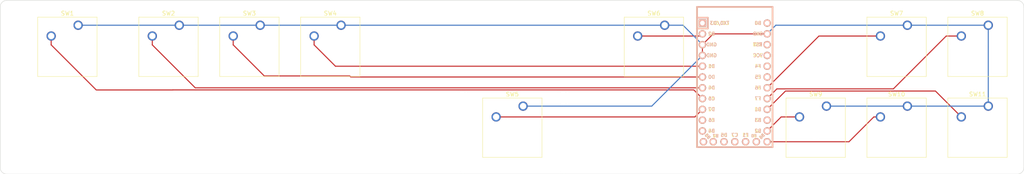
<source format=kicad_pcb>
(kicad_pcb (version 20211014) (generator pcbnew)
  (layers (0 "F.Cu" signal) (31 "B.Cu" signal) (34 "B.Paste" user) (35 "F.Paste" user) (36 "B.SilkS" user "B.Silkscreen") (37 "F.SilkS" user "F.Silkscreen") (38 "B.Mask" user) (39 "F.Mask" user) (44 "Edge.Cuts" user))
  (net 0 "")
  (net 1 "GND")
  (net 2 "L")
  (net 3 "B")
  (net 4 "A")
  (net 5 "X")
  (net 6 "Y")
  (net 7 "Home")
  (net 8 "Up")
  (net 9 "+")
  (net 10 "Left")
  (net 11 "Down")
  (net 12 "Right")
  (footprint "Button_Switch_Keyboard:SW_Cherry_MX_1.00u_PCB" (layer "F.Cu") (at 107.696 99.822)
    (fp_text reference "SW4" (at -2.54 -2.794) (layer "F.SilkS"))
    (fp_text value "SW_Push")
    (fp_line (start 4.445 -1.905) (end 4.445 12.065) (layer "F.SilkS") (width 0.12))
    (fp_line (start -9.525 12.065) (end -9.525 -1.905) (layer "F.SilkS") (width 0.12))
    (fp_line (start -9.525 -1.905) (end 4.445 -1.905) (layer "F.SilkS") (width 0.12))
    (fp_line (start 4.445 12.065) (end -9.525 12.065) (layer "F.SilkS") (width 0.12))
    (pad "" np_thru_hole circle (at 2.54 5.08) (size 1.7 1.7) (drill 1.7) (layers *.Cu *.Mask))
    (pad "" np_thru_hole circle (at -2.54 5.08) (size 4 4) (drill 4) (layers *.Cu *.Mask))
    (pad "" np_thru_hole circle (at -7.62 5.08) (size 1.7 1.7) (drill 1.7) (layers *.Cu *.Mask))
    (pad "1" thru_hole circle (at 0 0) (size 2.2 2.2) (drill 1.5) (layers *.Cu *.Mask) (net 1 "GND"))
    (pad "2" thru_hole circle (at -6.35 2.54) (size 2.2 2.2) (drill 1.5) (layers *.Cu *.Mask) (net 5 "X"))
  )
  (footprint "Keebio-Parts:Elite-C" (layer "F.Cu") (at 200.406 113.284 -90)
    (fp_text reference "U1" hide)
    (fp_text value "Elite-C" hide)
    (fp_text user "F6" (at 1.27 -5.461) (layer "B.SilkS") (effects (font (size 0.8 0.8)) (justify mirror)))
    (fp_text user "D5" (at 12.4 2.54) (layer "B.SilkS") (effects (font (size 0.8 0.8)) (justify mirror)))
    (fp_text user "F1" (at 12.4 -2.54) (layer "B.SilkS") (effects (font (size 0.8 0.8)) (justify mirror)))
    (fp_text user "C6" (at 3.81 5.461) (layer "B.SilkS") (effects (font (size 0.8 0.8)) (justify mirror)))
    (fp_text user "B3" (at 8.89 -5.461) (layer "B.SilkS") (effects (font (size 0.8 0.8)) (justify mirror)))
    (fp_text user "GND" (at -8.89 5.461) (layer "B.SilkS") (effects (font (size 0.8 0.8)) (justify mirror)))
    (fp_text user "B6" (at 12.7 -6.4 45 unlocked) (layer "B.SilkS") (effects (font (size 0.7 0.7)) (justify mirror)))
    (fp_text user "D0" (at -1.27 5.461) (layer "B.SilkS") (effects (font (size 0.8 0.8)) (justify mirror)))
    (fp_text user "F4" (at -3.81 -5.461) (layer "B.SilkS") (effects (font (size 0.8 0.8)) (justify mirror)))
    (fp_text user "TX0/D3" (at -13.97 3.571872) (layer "B.SilkS") (effects (font (size 0.8 0.8)) (justify mirror)))
    (fp_text user "F7" (at 3.81 -5.461) (layer "B.SilkS") (effects (font (size 0.8 0.8)) (justify mirror)))
    (fp_text user "B4" (at 11.43 5.461) (layer "B.SilkS") (effects (font (size 0.8 0.8)) (justify mirror)))
    (fp_text user "D2" (at -11.43 5.461) (layer "B.SilkS") (effects (font (size 0.8 0.8)) (justify mirror)))
    (fp_text user "B5" (at 12.7 6.4 135) (layer "B.SilkS") (effects (font (size 0.7 0.7)) (justify mirror)))
    (fp_text user "C7" (at 12.4 0) (layer "B.SilkS") (effects (font (size 0.8 0.8)) (justify mirror)))
    (fp_text user "B7" (at 12.6 4.5) (layer "B.SilkS") (effects (font (size 0.7 0.7)) (justify mirror)))
    (fp_text user "B2" (at 11.43 -5.461) (layer "B.SilkS") (effects (font (size 0.8 0.8)) (justify mirror)))
    (fp_text user "D1" (at -3.81 5.461) (layer "B.SilkS") (effects (font (size 0.8 0.8)) (justify mirror)))
    (fp_text user "VCC" (at -6.35 -5.461) (layer "B.SilkS") (effects (font (size 0.8 0.8)) (justify mirror)))
    (fp_text user "D7" (at 6.35 5.461) (layer "B.SilkS") (effects (font (size 0.8 0.8)) (justify mirror)))
    (fp_text user "GND" (at -11.43 -5.461) (layer "B.SilkS") (effects (font (size 0.8 0.8)) (justify mirror)))
    (fp_text user "B1" (at 6.35 -5.461) (layer "B.SilkS") (effects (font (size 0.8 0.8)) (justify mirror)))
    (fp_text user "B0" (at -13.97 -5.461) (layer "B.SilkS") (effects (font (size 0.8 0.8)) (justify mirror)))
    (fp_text user "F0" (at 12.6 -4.5) (layer "B.SilkS") (effects (font (size 0.7 0.7)) (justify mirror)))
    (fp_text user "ST" (at -8.91 -5.04) (layer "B.SilkS") (effects (font (size 0.8 0.8)) (justify mirror)))
    (fp_text user "GND" (at -6.35 5.461) (layer "B.SilkS") (effects (font (size 0.8 0.8)) (justify mirror)))
    (fp_text user "F5" (at -1.27 -5.461) (layer "B.SilkS") (effects (font (size 0.8 0.8)) (justify mirror)))
    (fp_text user "E6" (at 8.89 5.461) (layer "B.SilkS") (effects (font (size 0.8 0.8)) (justify mirror)))
    (fp_text user "D4" (at 1.27 5.461) (layer "B.SilkS") (effects (font (size 0.8 0.8)) (justify mirror)))
    (fp_text user "F4" (at -3.81 -5.461) (layer "F.SilkS") (effects (font (size 0.8 0.8))))
    (fp_text user "D1" (at -3.81 5.461) (layer "F.SilkS") (effects (font (size 0.8 0.8))))
    (fp_text user "C7" (at 12.4 0) (layer "F.SilkS") (effects (font (size 0.8 0.8))))
    (fp_text user "ST" (at -8.92 -5.73312) (layer "F.SilkS") (effects (font (size 0.8 0.8))))
    (fp_text user "C6" (at 3.81 5.461) (layer "F.SilkS") (effects (font (size 0.8 0.8))))
    (fp_text user "D5" (at 12.4 2.54) (layer "F.SilkS") (effects (font (size 0.8 0.8))))
    (fp_text user "F6" (at 1.27 -5.461) (layer "F.SilkS") (effects (font (size 0.8 0.8))))
    (fp_text user "GND" (at -8.89 5.461) (layer "F.SilkS") (effects (font (size 0.8 0.8))))
    (fp_text user "GND" (at -6.35 5.461) (layer "F.SilkS") (effects (font (size 0.8 0.8))))
    (fp_text user "B4" (at 11.43 5.461) (layer "F.SilkS") (effects (font (size 0.8 0.8))))
    (fp_text user "D4" (at 1.27 5.461) (layer "F.SilkS") (effects (font (size 0.8 0.8))))
    (fp_text user "GND" (at -11.43 -5.461) (layer "F.SilkS") (effects (font (size 0.8 0.8))))
    (fp_text user "B1" (at 6.35 -5.461) (layer "F.SilkS") (effects (font (size 0.8 0.8))))
    (fp_text user "F7" (at 3.81 -5.461) (layer "F.SilkS") (effects (font (size 0.8 0.8))))
    (fp_text user "D0" (at -1.27 5.461) (layer "F.SilkS") (effects (font (size 0.8 0.8))))
    (fp_text user "B2" (at 11.43 -5.461) (layer "F.SilkS") (effects (font (size 0.8 0.8))))
    (fp_text user "B3" (at 8.89 -5.461) (layer "F.SilkS") (effects (font (size 0.8 0.8))))
    (fp_text user "D7" (at 6.35 5.461) (layer "F.SilkS") (effects (font (size 0.8 0.8))))
    (fp_text user "TX0/D3" (at -13.97 3.571872) (layer "F.SilkS") (effects (font (size 0.8 0.8))))
    (fp_text user "B5" (at 12.7 6.4 135) (layer "F.SilkS") (effects (font (size 0.7 0.7))))
    (fp_text user "F1" (at 12.4 -2.54) (layer "F.SilkS") (effects (font (size 0.8 0.8))))
    (fp_text user "B0" (at -13.97 -5.461) (layer "F.SilkS") (effects (font (size 0.8 0.8))))
    (fp_text user "B7" (at 12.6 4.5) (layer "F.SilkS") (effects (font (size 0.7 0.7))))
    (fp_text user "E6" (at 8.89 5.461) (layer "F.SilkS") (effects (font (size 0.8 0.8))))
    (fp_text user "F0" (at 12.6 -4.5) (layer "F.SilkS") (effects (font (size 0.7 0.7))))
    (fp_text user "VCC" (at -6.35 -5.461) (layer "F.SilkS") (effects (font (size 0.8 0.8))))
    (fp_text user "D2" (at -11.43 5.461) (layer "F.SilkS") (effects (font (size 0.8 0.8))))
    (fp_text user "B6" (at 12.7 -6.4 45 unlocked) (layer "F.SilkS") (effects (font (size 0.7 0.7))))
    (fp_text user "F5" (at -1.27 -5.461) (layer "F.SilkS") (effects (font (size 0.8 0.8))))
    (fp_line (start -12.7 6.35) (end -12.7 8.89) (layer "B.SilkS") (width 0.381))
    (fp_line (start 15.24 8.89) (end 15.24 -8.89) (layer "B.SilkS") (width 0.381))
    (fp_line (start -15.24 6.35) (end -15.24 8.89) (layer "B.SilkS") (width 0.381))
    (fp_line (start -17.78 8.89) (end 15.24 8.89) (layer "B.SilkS") (width 0.381))
    (fp_line (start -15.24 6.35) (end -12.7 6.35) (layer "B.SilkS") (width 0.381))
    (fp_line (start 15.24 -8.89) (end -17.78 -8.89) (layer "B.SilkS") (width 0.381))
    (fp_line (start -17.78 -8.89) (end -17.78 8.89) (layer "B.SilkS") (width 0.381))
    (fp_poly (pts (xy -9.35097 -5.844635) (xy -9.05097 -5.844635) (xy -9.05097 -5.944635) (xy -9.35097 -5.944635)) (layer "B.SilkS") (width 0.15) (fill solid))
    (fp_poly (pts (xy -8.95097 -6.044635) (xy -8.85097 -6.044635) (xy -8.85097 -6.144635) (xy -8.95097 -6.144635)) (layer "B.SilkS") (width 0.15) (fill solid))
    (fp_poly (pts (xy -8.75097 -5.844635) (xy -8.55097 -5.844635) (xy -8.55097 -5.944635) (xy -8.75097 -5.944635)) (layer "B.SilkS") (width 0.15) (fill solid))
    (fp_poly (pts (xy -9.35097 -5.844635) (xy -9.25097 -5.844635) (xy -9.25097 -6.344635) (xy -9.35097 -6.344635)) (layer "B.SilkS") (width 0.15) (fill solid))
    (fp_poly (pts (xy -9.35097 -6.244635) (xy -8.55097 -6.244635) (xy -8.55097 -6.344635) (xy -9.35097 -6.344635)) (layer "B.SilkS") (width 0.15) (fill solid))
    (fp_line (start -15.24 8.89) (end 15.24 8.89) (layer "F.SilkS") (width 0.381))
    (fp_line (start 15.24 -8.89) (end -15.24 -8.89) (layer "F.SilkS") (width 0.381))
    (fp_line (start -17.78 -8.89) (end -17.78 8.89) (layer "F.SilkS") (width 0.381))
    (fp_line (start -15.24 6.35) (end -15.24 8.89) (layer "F.SilkS") (width 0.381))
    (fp_line (start -12.7 6.35) (end -12.7 8.89) (layer "F.SilkS") (width 0.381))
    (fp_line (start -15.24 6.35) (end -12.7 6.35) (layer "F.SilkS") (width 0.381))
    (fp_line (start 15.24 8.89) (end 15.24 -8.89) (layer "F.SilkS") (width 0.381))
    (fp_line (start -15.24 -8.89) (end -17.78 -8.89) (layer "F.SilkS") (width 0.381))
    (fp_line (start -17.78 8.89) (end -15.24 8.89) (layer "F.SilkS") (width 0.381))
    (fp_poly (pts (xy -9.36064 -4.931568) (xy -9.06064 -4.931568) (xy -9.06064 -4.831568) (xy -9.36064 -4.831568)) (layer "F.SilkS") (width 0.15) (fill solid))
    (fp_poly (pts (xy -9.36064 -4.931568) (xy -9.26064 -4.931568) (xy -9.26064 -4.431568) (xy -9.36064 -4.431568)) (layer "F.SilkS") (width 0.15) (fill solid))
    (fp_poly (pts (xy -8.76064 -4.931568) (xy -8.56064 -4.931568) (xy -8.56064 -4.831568) (xy -8.76064 -4.831568)) (layer "F.SilkS") (width 0.15) (fill solid))
    (fp_poly (pts (xy -8.96064 -4.731568) (xy -8.86064 -4.731568) (xy -8.86064 -4.631568) (xy -8.96064 -4.631568)) (layer "F.SilkS") (width 0.15) (fill solid))
    (fp_poly (pts (xy -9.36064 -4.531568) (xy -8.56064 -4.531568) (xy -8.56064 -4.431568) (xy -9.36064 -4.431568)) (layer "F.SilkS") (width 0.15) (fill solid))
    (pad "1" thru_hole rect locked (at -13.97 7.62 270) (size 1.7526 1.7526) (drill 1.0922) (layers *.Cu *.SilkS *.Mask))
    (pad "2" thru_hole circle locked (at -11.43 7.62 270) (size 1.7526 1.7526) (drill 1.0922) (layers *.Cu *.SilkS *.Mask) (net 7 "Home"))
    (pad "3" thru_hole circle locked (at -8.89 7.62 270) (size 1.7526 1.7526) (drill 1.0922) (layers *.Cu *.SilkS *.Mask) (net 1 "GND"))
    (pad "4" thru_hole circle locked (at -6.35 7.62 270) (size 1.7526 1.7526) (drill 1.0922) (layers *.Cu *.SilkS *.Mask) (net 1 "GND"))
    (pad "5" thru_hole circle locked (at -3.81 7.62 270) (size 1.7526 1.7526) (drill 1.0922) (layers *.Cu *.SilkS *.Mask) (net 5 "X"))
    (pad "6" thru_hole circle locked (at -1.27 7.62 270) (size 1.7526 1.7526) (drill 1.0922) (layers *.Cu *.SilkS *.Mask) (net 4 "A"))
    (pad "7" thru_hole circle locked (at 1.27 7.62 270) (size 1.7526 1.7526) (drill 1.0922) (layers *.Cu *.SilkS *.Mask) (net 3 "B"))
    (pad "8" thru_hole circle locked (at 3.81 7.62 270) (size 1.7526 1.7526) (drill 1.0922) (layers *.Cu *.SilkS *.Mask) (net 2 "L"))
    (pad "9" thru_hole circle locked (at 6.35 7.62 270) (size 1.7526 1.7526) (drill 1.0922) (layers *.Cu *.SilkS *.Mask) (net 6 "Y"))
    (pad "10" thru_hole circle locked (at 8.89 7.62 270) (size 1.7526 1.7526) (drill 1.0922) (layers *.Cu *.SilkS *.Mask))
    (pad "11" thru_hole circle locked (at 11.43 7.62 270) (size 1.7526 1.7526) (drill 1.0922) (layers *.Cu *.SilkS *.Mask))
    (pad "12" thru_hole circle locked (at 13.97 7.3914 270) (size 1.7526 1.7526) (drill 1.0922) (layers *.Cu *.SilkS *.Mask))
    (pad "13" thru_hole circle locked (at 13.97 -7.62 270) (size 1.7526 1.7526) (drill 1.0922) (layers *.Cu *.SilkS *.Mask) (net 11 "Down"))
    (pad "14" thru_hole circle locked (at 11.43 -7.62 270) (size 1.7526 1.7526) (drill 1.0922) (layers *.Cu *.SilkS *.Mask) (net 10 "Left"))
    (pad "15" thru_hole circle locked (at 8.89 -7.62 270) (size 1.7526 1.7526) (drill 1.0922) (layers *.Cu *.SilkS *.Mask))
    (pad "16" thru_hole circle locked (at 6.35 -7.62 270) (size 1.7526 1.7526) (drill 1.0922) (layers *.Cu *.SilkS *.Mask) (net 12 "Right"))
    (pad "17" thru_hole circle locked (at 3.81 -7.62 270) (size 1.7526 1.7526) (drill 1.0922) (layers *.Cu *.SilkS *.Mask) (net 9 "+"))
    (pad "18" thru_hole circle locked (at 1.27 -7.62 270) (size 1.7526 1.7526) (drill 1.0922) (layers *.Cu *.SilkS *.Mask) (net 8 "Up"))
    (pad "19" thru_hole circle locked (at -1.27 -7.62 270) (size 1.7526 1.7526) (drill 1.0922) (layers *.Cu *.SilkS *.Mask))
    (pad "20" thru_hole circle locked (at -3.81 -7.62 270) (size 1.7526 1.7526) (drill 1.0922) (layers *.Cu *.SilkS *.Mask))
    (pad "21" thru_hole circle locked (at -6.35 -7.62 270) (size 1.7526 1.7526) (drill 1.0922) (layers *.Cu *.SilkS *.Mask))
    (pad "22" thru_hole circle locked (at -8.89 -7.62 270) (size 1.7526 1.7526) (drill 1.0922) (layers *.Cu *.SilkS *.Mask))
    (pad "23" thru_hole circle locked (at -11.43 -7.62 270) (size 1.7526 1.7526) (drill 1.0922) (layers *.Cu *.SilkS *.Mask) (net 1 "GND"))
    (pad "24" thru_hole circle locked (at -13.97 -7.62 270) (size 1.7526 1.7526) (drill 1.0922) (layers *.Cu *.SilkS *.Mask))
    (pad "25" thru_hole circle locked (at 13.97 5.08 270) (size 1.7526 1.7526) (drill 1.0922) (layers *.Cu *.SilkS *.Mask))
    (pad "26" thru_hole circle locked (at 13.97 2.54 270) (size 1.7526 1.7526) (drill 1.0922) (layers *.Cu *.SilkS *.Mask))
    (pad "27" thru_hole circle locked (at 13.97 0 270) (size 1.7526 1.7526) (drill 1.0922) (layers *.Cu *.SilkS *.Mask))
    (pad "28" thru_hole circle locked (at 13.97 -2.54 270) (size 1.7526 1.7526) (drill 1.0922) (layers *.Cu *.SilkS *.Mask))
    (pad "29" thru_hole circle locked (at 13.97 -5.08 270) (size 1.7526 1.7526) (drill 1.0922) (layers *.Cu *.SilkS *.Mask))
  )
  (footprint "Button_Switch_Keyboard:SW_Cherry_MX_1.50u_PCB" (layer "F.Cu") (at 45.7835 99.822)
    (fp_text reference "SW1" (at -2.54 -2.794) (layer "F.SilkS"))
    (fp_text value "SW_Push")
    (fp_line (start 4.445 12.065) (end -9.525 12.065) (layer "F.SilkS") (width 0.12))
    (fp_line (start -9.525 -1.905) (end 4.445 -1.905) (layer "F.SilkS") (width 0.12))
    (fp_line (start 4.445 -1.905) (end 4.445 12.065) (layer "F.SilkS") (width 0.12))
    (fp_line (start -9.525 12.065) (end -9.525 -1.905) (layer "F.SilkS") (width 0.12))
    (pad "" np_thru_hole circle (at -7.62 5.08) (size 1.7 1.7) (drill 1.7) (layers *.Cu *.Mask))
    (pad "" np_thru_hole circle (at 2.54 5.08) (size 1.7 1.7) (drill 1.7) (layers *.Cu *.Mask))
    (pad "" np_thru_hole circle (at -2.54 5.08) (size 4 4) (drill 4) (layers *.Cu *.Mask))
    (pad "1" thru_hole circle (at 0 0) (size 2.2 2.2) (drill 1.5) (layers *.Cu *.Mask) (net 1 "GND"))
    (pad "2" thru_hole circle (at -6.35 2.54) (size 2.2 2.2) (drill 1.5) (layers *.Cu *.Mask) (net 2 "L"))
  )
  (footprint "Button_Switch_Keyboard:SW_Cherry_MX_2.00u_PCB" (layer "F.Cu") (at 150.5585 118.872)
    (fp_text reference "SW5" (at -2.54 -2.794) (layer "F.SilkS"))
    (fp_text value "SW_Push")
    (fp_line (start -9.525 12.065) (end -9.525 -1.905) (layer "F.SilkS") (width 0.12))
    (fp_line (start 4.445 -1.905) (end 4.445 12.065) (layer "F.SilkS") (width 0.12))
    (fp_line (start 4.445 12.065) (end -9.525 12.065) (layer "F.SilkS") (width 0.12))
    (fp_line (start -9.525 -1.905) (end 4.445 -1.905) (layer "F.SilkS") (width 0.12))
    (pad "" np_thru_hole circle (at -2.54 5.08) (size 4 4) (drill 4) (layers *.Cu *.Mask))
    (pad "" np_thru_hole circle (at -14.44 -1.92) (size 3.05 3.05) (drill 3.05) (layers *.Cu *.Mask))
    (pad "" np_thru_hole circle (at 2.54 5.08) (size 1.7 1.7) (drill 1.7) (layers *.Cu *.Mask))
    (pad "" np_thru_hole circle (at -14.44 13.32) (size 4 4) (drill 4) (layers *.Cu *.Mask))
    (pad "" np_thru_hole circle (at -7.62 5.08) (size 1.7 1.7) (drill 1.7) (layers *.Cu *.Mask))
    (pad "" np_thru_hole circle (at 9.36 13.32) (size 4 4) (drill 4) (layers *.Cu *.Mask))
    (pad "" np_thru_hole circle (at 9.36 -1.92) (size 3.05 3.05) (drill 3.05) (layers *.Cu *.Mask))
    (pad "1" thru_hole circle (at 0 0) (size 2.2 2.2) (drill 1.5) (layers *.Cu *.Mask) (net 1 "GND"))
    (pad "2" thru_hole circle (at -6.35 2.54) (size 2.2 2.2) (drill 1.5) (layers *.Cu *.Mask) (net 6 "Y"))
  )
  (footprint "Button_Switch_Keyboard:SW_Cherry_MX_1.00u_PCB" (layer "F.Cu") (at 183.896 99.822)
    (fp_text reference "SW6" (at -2.54 -2.794) (layer "F.SilkS"))
    (fp_text value "SW_Push")
    (fp_line (start 4.445 12.065) (end -9.525 12.065) (layer "F.SilkS") (width 0.12))
    (fp_line (start 4.445 -1.905) (end 4.445 12.065) (layer "F.SilkS") (width 0.12))
    (fp_line (start -9.525 12.065) (end -9.525 -1.905) (layer "F.SilkS") (width 0.12))
    (fp_line (start -9.525 -1.905) (end 4.445 -1.905) (layer "F.SilkS") (width 0.12))
    (pad "" np_thru_hole circle (at 2.54 5.08) (size 1.7 1.7) (drill 1.7) (layers *.Cu *.Mask))
    (pad "" np_thru_hole circle (at -2.54 5.08) (size 4 4) (drill 4) (layers *.Cu *.Mask))
    (pad "" np_thru_hole circle (at -7.62 5.08) (size 1.7 1.7) (drill 1.7) (layers *.Cu *.Mask))
    (pad "1" thru_hole circle (at 0 0) (size 2.2 2.2) (drill 1.5) (layers *.Cu *.Mask) (net 1 "GND"))
    (pad "2" thru_hole circle (at -6.35 2.54) (size 2.2 2.2) (drill 1.5) (layers *.Cu *.Mask) (net 7 "Home"))
  )
  (footprint "Button_Switch_Keyboard:SW_Cherry_MX_1.00u_PCB" (layer "F.Cu") (at 241.046 118.872)
    (fp_text reference "SW10" (at -2.54 -2.794) (layer "F.SilkS"))
    (fp_text value "SW_Push")
    (fp_line (start 4.445 -1.905) (end 4.445 12.065) (layer "F.SilkS") (width 0.12))
    (fp_line (start -9.525 -1.905) (end 4.445 -1.905) (layer "F.SilkS") (width 0.12))
    (fp_line (start 4.445 12.065) (end -9.525 12.065) (layer "F.SilkS") (width 0.12))
    (fp_line (start -9.525 12.065) (end -9.525 -1.905) (layer "F.SilkS") (width 0.12))
    (pad "" np_thru_hole circle (at -2.54 5.08) (size 4 4) (drill 4) (layers *.Cu *.Mask))
    (pad "" np_thru_hole circle (at 2.54 5.08) (size 1.7 1.7) (drill 1.7) (layers *.Cu *.Mask))
    (pad "" np_thru_hole circle (at -7.62 5.08) (size 1.7 1.7) (drill 1.7) (layers *.Cu *.Mask))
    (pad "1" thru_hole circle (at 0 0) (size 2.2 2.2) (drill 1.5) (layers *.Cu *.Mask) (net 1 "GND"))
    (pad "2" thru_hole circle (at -6.35 2.54) (size 2.2 2.2) (drill 1.5) (layers *.Cu *.Mask) (net 11 "Down"))
  )
  (footprint "Button_Switch_Keyboard:SW_Cherry_MX_1.00u_PCB" (layer "F.Cu") (at 260.096 99.822)
    (fp_text reference "SW8" (at -2.54 -2.794) (layer "F.SilkS"))
    (fp_text value "SW_Push")
    (fp_line (start -9.525 12.065) (end -9.525 -1.905) (layer "F.SilkS") (width 0.12))
    (fp_line (start 4.445 -1.905) (end 4.445 12.065) (layer "F.SilkS") (width 0.12))
    (fp_line (start -9.525 -1.905) (end 4.445 -1.905) (layer "F.SilkS") (width 0.12))
    (fp_line (start 4.445 12.065) (end -9.525 12.065) (layer "F.SilkS") (width 0.12))
    (pad "" np_thru_hole circle (at -2.54 5.08) (size 4 4) (drill 4) (layers *.Cu *.Mask))
    (pad "" np_thru_hole circle (at 2.54 5.08) (size 1.7 1.7) (drill 1.7) (layers *.Cu *.Mask))
    (pad "" np_thru_hole circle (at -7.62 5.08) (size 1.7 1.7) (drill 1.7) (layers *.Cu *.Mask))
    (pad "1" thru_hole circle (at 0 0) (size 2.2 2.2) (drill 1.5) (layers *.Cu *.Mask) (net 1 "GND"))
    (pad "2" thru_hole circle (at -6.35 2.54) (size 2.2 2.2) (drill 1.5) (layers *.Cu *.Mask) (net 9 "+"))
  )
  (footprint "Button_Switch_Keyboard:SW_Cherry_MX_1.00u_PCB" (layer "F.Cu") (at 69.596 99.822)
    (fp_text reference "SW2" (at -2.54 -2.794) (layer "F.SilkS"))
    (fp_text value "SW_Push")
    (fp_line (start -9.525 12.065) (end -9.525 -1.905) (layer "F.SilkS") (width 0.12))
    (fp_line (start 4.445 12.065) (end -9.525 12.065) (layer "F.SilkS") (width 0.12))
    (fp_line (start 4.445 -1.905) (end 4.445 12.065) (layer "F.SilkS") (width 0.12))
    (fp_line (start -9.525 -1.905) (end 4.445 -1.905) (layer "F.SilkS") (width 0.12))
    (pad "" np_thru_hole circle (at 2.54 5.08) (size 1.7 1.7) (drill 1.7) (layers *.Cu *.Mask))
    (pad "" np_thru_hole circle (at -7.62 5.08) (size 1.7 1.7) (drill 1.7) (layers *.Cu *.Mask))
    (pad "" np_thru_hole circle (at -2.54 5.08) (size 4 4) (drill 4) (layers *.Cu *.Mask))
    (pad "1" thru_hole circle (at 0 0) (size 2.2 2.2) (drill 1.5) (layers *.Cu *.Mask) (net 1 "GND"))
    (pad "2" thru_hole circle (at -6.35 2.54) (size 2.2 2.2) (drill 1.5) (layers *.Cu *.Mask) (net 3 "B"))
  )
  (footprint "Button_Switch_Keyboard:SW_Cherry_MX_1.00u_PCB" (layer "F.Cu") (at 88.646 99.822)
    (fp_text reference "SW3" (at -2.54 -2.794) (layer "F.SilkS"))
    (fp_text value "SW_Push")
    (fp_line (start 4.445 -1.905) (end 4.445 12.065) (layer "F.SilkS") (width 0.12))
    (fp_line (start -9.525 -1.905) (end 4.445 -1.905) (layer "F.SilkS") (width 0.12))
    (fp_line (start 4.445 12.065) (end -9.525 12.065) (layer "F.SilkS") (width 0.12))
    (fp_line (start -9.525 12.065) (end -9.525 -1.905) (layer "F.SilkS") (width 0.12))
    (pad "" np_thru_hole circle (at 2.54 5.08) (size 1.7 1.7) (drill 1.7) (layers *.Cu *.Mask))
    (pad "" np_thru_hole circle (at -7.62 5.08) (size 1.7 1.7) (drill 1.7) (layers *.Cu *.Mask))
    (pad "" np_thru_hole circle (at -2.54 5.08) (size 4 4) (drill 4) (layers *.Cu *.Mask))
    (pad "1" thru_hole circle (at 0 0) (size 2.2 2.2) (drill 1.5) (layers *.Cu *.Mask) (net 1 "GND"))
    (pad "2" thru_hole circle (at -6.35 2.54) (size 2.2 2.2) (drill 1.5) (layers *.Cu *.Mask) (net 4 "A"))
  )
  (footprint "Button_Switch_Keyboard:SW_Cherry_MX_1.00u_PCB" (layer "F.Cu") (at 260.096 118.872)
    (fp_text reference "SW11" (at -2.54 -2.794) (layer "F.SilkS"))
    (fp_text value "SW_Push")
    (fp_line (start -9.525 12.065) (end -9.525 -1.905) (layer "F.SilkS") (width 0.12))
    (fp_line (start -9.525 -1.905) (end 4.445 -1.905) (layer "F.SilkS") (width 0.12))
    (fp_line (start 4.445 12.065) (end -9.525 12.065) (layer "F.SilkS") (width 0.12))
    (fp_line (start 4.445 -1.905) (end 4.445 12.065) (layer "F.SilkS") (width 0.12))
    (pad "" np_thru_hole circle (at 2.54 5.08) (size 1.7 1.7) (drill 1.7) (layers *.Cu *.Mask))
    (pad "" np_thru_hole circle (at -7.62 5.08) (size 1.7 1.7) (drill 1.7) (layers *.Cu *.Mask))
    (pad "" np_thru_hole circle (at -2.54 5.08) (size 4 4) (drill 4) (layers *.Cu *.Mask))
    (pad "1" thru_hole circle (at 0 0) (size 2.2 2.2) (drill 1.5) (layers *.Cu *.Mask) (net 1 "GND"))
    (pad "2" thru_hole circle (at -6.35 2.54) (size 2.2 2.2) (drill 1.5) (layers *.Cu *.Mask) (net 12 "Right"))
  )
  (footprint "Button_Switch_Keyboard:SW_Cherry_MX_1.00u_PCB" (layer "F.Cu") (at 241.046 99.822)
    (fp_text reference "SW7" (at -2.54 -2.794) (layer "F.SilkS"))
    (fp_text value "SW_Push")
    (fp_line (start 4.445 12.065) (end -9.525 12.065) (layer "F.SilkS") (width 0.12))
    (fp_line (start -9.525 12.065) (end -9.525 -1.905) (layer "F.SilkS") (width 0.12))
    (fp_line (start 4.445 -1.905) (end 4.445 12.065) (layer "F.SilkS") (width 0.12))
    (fp_line (start -9.525 -1.905) (end 4.445 -1.905) (layer "F.SilkS") (width 0.12))
    (pad "" np_thru_hole circle (at -2.54 5.08) (size 4 4) (drill 4) (layers *.Cu *.Mask))
    (pad "" np_thru_hole circle (at 2.54 5.08) (size 1.7 1.7) (drill 1.7) (layers *.Cu *.Mask))
    (pad "" np_thru_hole circle (at -7.62 5.08) (size 1.7 1.7) (drill 1.7) (layers *.Cu *.Mask))
    (pad "1" thru_hole circle (at 0 0) (size 2.2 2.2) (drill 1.5) (layers *.Cu *.Mask) (net 1 "GND"))
    (pad "2" thru_hole circle (at -6.35 2.54) (size 2.2 2.2) (drill 1.5) (layers *.Cu *.Mask) (net 8 "Up"))
  )
  (footprint "Button_Switch_Keyboard:SW_Cherry_MX_1.00u_PCB" (layer "F.Cu") (at 221.996 118.872)
    (fp_text reference "SW9" (at -2.54 -2.794) (layer "F.SilkS"))
    (fp_text value "SW_Push")
    (fp_line (start 4.445 12.065) (end -9.525 12.065) (layer "F.SilkS") (width 0.12))
    (fp_line (start -9.525 12.065) (end -9.525 -1.905) (layer "F.SilkS") (width 0.12))
    (fp_line (start 4.445 -1.905) (end 4.445 12.065) (layer "F.SilkS") (width 0.12))
    (fp_line (start -9.525 -1.905) (end 4.445 -1.905) (layer "F.SilkS") (width 0.12))
    (pad "" np_thru_hole circle (at -7.62 5.08) (size 1.7 1.7) (drill 1.7) (layers *.Cu *.Mask))
    (pad "" np_thru_hole circle (at -2.54 5.08) (size 4 4) (drill 4) (layers *.Cu *.Mask))
    (pad "" np_thru_hole circle (at 2.54 5.08) (size 1.7 1.7) (drill 1.7) (layers *.Cu *.Mask))
    (pad "1" thru_hole circle (at 0 0) (size 2.2 2.2) (drill 1.5) (layers *.Cu *.Mask) (net 1 "GND"))
    (pad "2" thru_hole circle (at -6.35 2.54) (size 2.2 2.2) (drill 1.5) (layers *.Cu *.Mask) (net 10 "Left"))
  )
  (gr_arc (start 266.954 93.98) (mid 268.031631 94.426369) (end 268.478 95.504) (layer "Edge.Cuts") (width 0.1))
  (gr_arc (start 28.956 134.874) (mid 27.878369 134.427631) (end 27.432 133.35) (layer "Edge.Cuts") (width 0.1))
  (gr_arc (start 268.478 133.35) (mid 268.031631 134.427631) (end 266.954 134.874) (layer "Edge.Cuts") (width 0.1))
  (gr_arc (start 27.432 95.504) (mid 27.878369 94.426369) (end 28.956 93.98) (layer "Edge.Cuts") (width 0.1))
  (gr_line (start 28.956 93.98) (end 266.954 93.98) (layer "Edge.Cuts") (width 0.1))
  (gr_line (start 27.432 95.504) (end 27.432 133.35) (layer "Edge.Cuts") (width 0.1))
  (gr_line (start 28.956 134.874) (end 266.954 134.874) (layer "Edge.Cuts") (width 0.1))
  (gr_line (start 268.478 133.35) (end 268.478 95.504) (layer "Edge.Cuts") (width 0.1))
  (segment (start 192.786 106.934) (end 192.786 104.394) (width 0.25) (layer "F.Cu") (net 1))
  (segment (start 195.326 101.854) (end 192.786 104.394) (width 0.25) (layer "F.Cu") (net 1))
  (segment (start 208.026 101.854) (end 195.326 101.854) (width 0.25) (layer "F.Cu") (net 1))
  (segment (start 210.058 99.822) (end 208.026 101.854) (width 0.25) (layer "B.Cu") (net 1))
  (segment (start 241.046 118.872) (end 260.096 118.872) (width 0.25) (layer "B.Cu") (net 1))
  (segment (start 241.046 99.822) (end 210.058 99.822) (width 0.25) (layer "B.Cu") (net 1))
  (segment (start 88.646 99.822) (end 107.696 99.822) (width 0.25) (layer "B.Cu") (net 1))
  (segment (start 69.596 99.822) (end 88.646 99.822) (width 0.25) (layer "B.Cu") (net 1))
  (segment (start 150.5585 118.872) (end 180.848 118.872) (width 0.25) (layer "B.Cu") (net 1))
  (segment (start 221.996 118.872) (end 241.046 118.872) (width 0.25) (layer "B.Cu") (net 1))
  (segment (start 260.096 118.872) (end 260.096 99.822) (width 0.25) (layer "B.Cu") (net 1))
  (segment (start 45.7835 99.822) (end 69.596 99.822) (width 0.25) (layer "B.Cu") (net 1))
  (segment (start 188.214 99.822) (end 192.786 104.394) (width 0.25) (layer "B.Cu") (net 1))
  (segment (start 260.096 99.822) (end 241.046 99.822) (width 0.25) (layer "B.Cu") (net 1))
  (segment (start 180.848 118.872) (end 192.786 106.934) (width 0.25) (layer "B.Cu") (net 1))
  (segment (start 183.896 99.822) (end 188.214 99.822) (width 0.25) (layer "B.Cu") (net 1))
  (segment (start 107.696 99.822) (end 183.896 99.822) (width 0.25) (layer "B.Cu") (net 1))
  (segment (start 50.044741 115.062) (end 68.072 115.062) (width 0.25) (layer "F.Cu") (net 2))
  (segment (start 39.4335 102.362) (end 39.4335 104.450759) (width 0.25) (layer "F.Cu") (net 2))
  (segment (start 68.072 115.062) (end 68.082001 115.051999) (width 0.25) (layer "F.Cu") (net 2))
  (segment (start 190.743999 115.051999) (end 192.786 117.094) (width 0.25) (layer "F.Cu") (net 2))
  (segment (start 39.4335 104.450759) (end 50.044741 115.062) (width 0.25) (layer "F.Cu") (net 2))
  (segment (start 68.082001 115.051999) (end 190.743999 115.051999) (width 0.25) (layer "F.Cu") (net 2))
  (segment (start 73.349241 114.554) (end 192.786 114.554) (width 0.25) (layer "F.Cu") (net 3))
  (segment (start 63.246 102.362) (end 63.246 104.450759) (width 0.25) (layer "F.Cu") (net 3))
  (segment (start 63.246 104.450759) (end 73.349241 114.554) (width 0.25) (layer "F.Cu") (net 3))
  (segment (start 89.605241 111.76) (end 109.728 111.76) (width 0.25) (layer "F.Cu") (net 4))
  (segment (start 82.296 104.450759) (end 89.605241 111.76) (width 0.25) (layer "F.Cu") (net 4))
  (segment (start 109.728 111.76) (end 109.982 112.014) (width 0.25) (layer "F.Cu") (net 4))
  (segment (start 82.296 102.362) (end 82.296 104.450759) (width 0.25) (layer "F.Cu") (net 4))
  (segment (start 109.982 112.014) (end 192.786 112.014) (width 0.25) (layer "F.Cu") (net 4))
  (segment (start 101.346 104.450759) (end 106.369241 109.474) (width 0.25) (layer "F.Cu") (net 5))
  (segment (start 101.346 102.362) (end 101.346 104.450759) (width 0.25) (layer "F.Cu") (net 5))
  (segment (start 106.369241 109.474) (end 192.786 109.474) (width 0.25) (layer "F.Cu") (net 5))
  (segment (start 144.2085 121.412) (end 191.008 121.412) (width 0.25) (layer "F.Cu") (net 6))
  (segment (start 191.008 121.412) (end 192.786 119.634) (width 0.25) (layer "F.Cu") (net 6))
  (segment (start 177.546 102.362) (end 192.278 102.362) (width 0.25) (layer "F.Cu") (net 7))
  (segment (start 192.278 102.362) (end 192.786 101.854) (width 0.25) (layer "F.Cu") (net 7))
  (segment (start 234.696 102.362) (end 220.218 102.362) (width 0.25) (layer "F.Cu") (net 8))
  (segment (start 220.218 102.362) (end 208.026 114.554) (width 0.25) (layer "F.Cu") (net 8))
  (segment (start 253.746 102.362) (end 250.19 102.362) (width 0.25) (layer "F.Cu") (net 9))
  (segment (start 237.744 114.808) (end 210.312 114.808) (width 0.25) (layer "F.Cu") (net 9))
  (segment (start 250.19 102.362) (end 237.744 114.808) (width 0.25) (layer "F.Cu") (net 9))
  (segment (start 210.312 114.808) (end 208.026 117.094) (width 0.25) (layer "F.Cu") (net 9))
  (segment (start 211.328 121.412) (end 208.026 124.714) (width 0.25) (layer "F.Cu") (net 10))
  (segment (start 215.646 121.412) (end 211.328 121.412) (width 0.25) (layer "F.Cu") (net 10))
  (segment (start 233.140366 121.412) (end 227.298366 127.254) (width 0.25) (layer "F.Cu") (net 11))
  (segment (start 234.696 121.412) (end 233.140366 121.412) (width 0.25) (layer "F.Cu") (net 11))
  (segment (start 227.298366 127.254) (end 208.026 127.254) (width 0.25) (layer "F.Cu") (net 11))
  (segment (start 253.746 121.412) (end 247.65 115.316) (width 0.25) (layer "F.Cu") (net 12))
  (segment (start 247.65 115.316) (end 212.344 115.316) (width 0.25) (layer "F.Cu") (net 12))
  (segment (start 212.344 115.316) (end 208.026 119.634) (width 0.25) (layer "F.Cu") (net 12))
)
</source>
